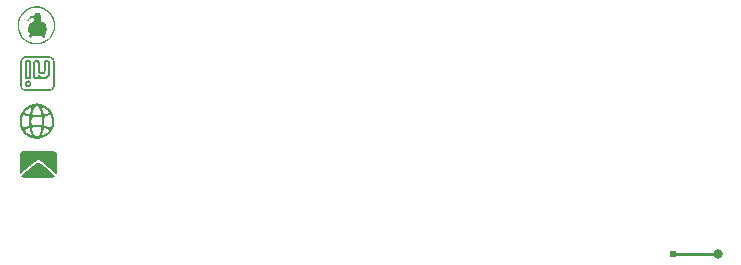
<source format=gbl>
G04 Layer: BottomLayer*
G04 EasyEDA v6.5.50, 2025-06-01 17:24:59*
G04 69e65154b6b24189a8545f2fef81dcb9,5ab416c87bd24f2091f84acd62e1526b,10*
G04 Gerber Generator version 0.2*
G04 Scale: 100 percent, Rotated: No, Reflected: No *
G04 Dimensions in millimeters *
G04 leading zeros omitted , absolute positions ,4 integer and 5 decimal *
%FSLAX45Y45*%
%MOMM*%

%ADD10C,0.2540*%
%ADD11C,0.8080*%
%ADD12C,0.6100*%
%ADD13C,0.0127*%

%LPD*%
G36*
X-4899406Y-760882D02*
G01*
X-4931714Y-761492D01*
X-4942535Y-763066D01*
X-4950510Y-764641D01*
X-4959502Y-767943D01*
X-4973929Y-772363D01*
X-4976520Y-773734D01*
X-4980330Y-777087D01*
X-4990439Y-781100D01*
X-4996078Y-786536D01*
X-5002784Y-789686D01*
X-5008422Y-794715D01*
X-5015280Y-799185D01*
X-5018074Y-802894D01*
X-5023561Y-806551D01*
X-5026202Y-809802D01*
X-5026202Y-810869D01*
X-5032756Y-817829D01*
X-5038090Y-826363D01*
X-5039512Y-826922D01*
X-5042509Y-831443D01*
X-5044287Y-836168D01*
X-5050180Y-841908D01*
X-5054193Y-852678D01*
X-5056682Y-856081D01*
X-5058156Y-858977D01*
X-5062778Y-877519D01*
X-5065318Y-883869D01*
X-5067300Y-892708D01*
X-5068722Y-904240D01*
X-5068709Y-908913D01*
X-5058765Y-908913D01*
X-5057648Y-898398D01*
X-5054041Y-888187D01*
X-5051450Y-873861D01*
X-5049875Y-869137D01*
X-5045710Y-863955D01*
X-5044846Y-862330D01*
X-5042052Y-853948D01*
X-5037023Y-845921D01*
X-5033568Y-838200D01*
X-5030520Y-834593D01*
X-5025847Y-827176D01*
X-5004054Y-805332D01*
X-4998669Y-801370D01*
X-4993894Y-797204D01*
X-4986121Y-793597D01*
X-4980127Y-789330D01*
X-4969306Y-785317D01*
X-4963109Y-781151D01*
X-4960416Y-779983D01*
X-4949748Y-777697D01*
X-4944059Y-776071D01*
X-4938826Y-773074D01*
X-4931714Y-771296D01*
X-4891532Y-771245D01*
X-4883962Y-772566D01*
X-4876850Y-776224D01*
X-4859985Y-780338D01*
X-4856480Y-781964D01*
X-4852314Y-785418D01*
X-4844643Y-787857D01*
X-4839157Y-790346D01*
X-4836007Y-793038D01*
X-4825085Y-798626D01*
X-4821986Y-801928D01*
X-4814722Y-806602D01*
X-4811420Y-811733D01*
X-4806543Y-815289D01*
X-4802987Y-820013D01*
X-4799025Y-823061D01*
X-4796790Y-826719D01*
X-4789881Y-834085D01*
X-4785156Y-843787D01*
X-4782210Y-847140D01*
X-4781092Y-849426D01*
X-4777384Y-859739D01*
X-4773980Y-865479D01*
X-4772355Y-870712D01*
X-4769612Y-882548D01*
X-4764684Y-892200D01*
X-4763262Y-900023D01*
X-4763262Y-943000D01*
X-4764582Y-950823D01*
X-4769612Y-960882D01*
X-4773422Y-976731D01*
X-4777028Y-982776D01*
X-4781600Y-995324D01*
X-4784648Y-999032D01*
X-4790490Y-1010259D01*
X-4794961Y-1014018D01*
X-4798263Y-1018895D01*
X-4813249Y-1034186D01*
X-4815078Y-1036980D01*
X-4819243Y-1039114D01*
X-4825288Y-1044803D01*
X-4834839Y-1049680D01*
X-4840528Y-1053744D01*
X-4852365Y-1057960D01*
X-4855972Y-1060907D01*
X-4859375Y-1062685D01*
X-4874615Y-1066190D01*
X-4878476Y-1067816D01*
X-4881473Y-1070000D01*
X-4888433Y-1071676D01*
X-4927600Y-1071981D01*
X-4935677Y-1071067D01*
X-4941163Y-1069441D01*
X-4941874Y-1068324D01*
X-4946650Y-1066190D01*
X-4961788Y-1062685D01*
X-4964684Y-1061161D01*
X-4970018Y-1057503D01*
X-4975504Y-1055674D01*
X-4981651Y-1053084D01*
X-4986324Y-1049629D01*
X-4994148Y-1046022D01*
X-4998161Y-1042416D01*
X-5002784Y-1038860D01*
X-5025034Y-1017117D01*
X-5029962Y-1009497D01*
X-5033467Y-1005027D01*
X-5036972Y-997458D01*
X-5042204Y-989076D01*
X-5044186Y-982624D01*
X-5046726Y-977544D01*
X-5048961Y-975461D01*
X-5050993Y-971499D01*
X-5053990Y-955548D01*
X-5058257Y-942441D01*
X-5058765Y-908913D01*
X-5068709Y-908913D01*
X-5068620Y-940358D01*
X-5066944Y-952601D01*
X-5064760Y-961237D01*
X-5062931Y-964996D01*
X-5059629Y-978611D01*
X-5057648Y-985418D01*
X-5054092Y-991006D01*
X-5049774Y-1001928D01*
X-5045100Y-1005840D01*
X-5041747Y-1013256D01*
X-5036870Y-1018844D01*
X-5032248Y-1026261D01*
X-5027828Y-1030224D01*
X-5024221Y-1036218D01*
X-5020208Y-1038504D01*
X-5014061Y-1045108D01*
X-5007914Y-1048918D01*
X-5002276Y-1053896D01*
X-4994910Y-1057300D01*
X-4992217Y-1060907D01*
X-4988864Y-1062583D01*
X-4980838Y-1065885D01*
X-4976622Y-1069492D01*
X-4973675Y-1071016D01*
X-4961128Y-1074724D01*
X-4955387Y-1077315D01*
X-4947259Y-1079398D01*
X-4932730Y-1081532D01*
X-4918811Y-1082446D01*
X-4893564Y-1081989D01*
X-4879695Y-1080363D01*
X-4867808Y-1077925D01*
X-4858562Y-1074267D01*
X-4845913Y-1070406D01*
X-4839512Y-1065580D01*
X-4831283Y-1062024D01*
X-4826609Y-1057554D01*
X-4817872Y-1053185D01*
X-4812741Y-1048461D01*
X-4808067Y-1045718D01*
X-4801311Y-1038809D01*
X-4797450Y-1035761D01*
X-4795469Y-1031748D01*
X-4789728Y-1027480D01*
X-4786274Y-1022045D01*
X-4781804Y-1017219D01*
X-4777181Y-1007973D01*
X-4773422Y-1003553D01*
X-4770577Y-995883D01*
X-4768494Y-992733D01*
X-4766056Y-990396D01*
X-4763008Y-983843D01*
X-4763008Y-982167D01*
X-4760976Y-976121D01*
X-4757369Y-968451D01*
X-4755743Y-960780D01*
X-4753305Y-943000D01*
X-4752035Y-927303D01*
X-4752695Y-905814D01*
X-4754270Y-892200D01*
X-4756912Y-875944D01*
X-4761382Y-865987D01*
X-4764582Y-855319D01*
X-4768189Y-850849D01*
X-4771237Y-846226D01*
X-4773371Y-839622D01*
X-4777282Y-835101D01*
X-4781804Y-826211D01*
X-4787188Y-820267D01*
X-4789271Y-816051D01*
X-4794910Y-811834D01*
X-4798872Y-805789D01*
X-4804206Y-802132D01*
X-4808474Y-797102D01*
X-4812385Y-795070D01*
X-4818380Y-789736D01*
X-4827168Y-785469D01*
X-4831842Y-780542D01*
X-4835906Y-779221D01*
X-4841544Y-776325D01*
X-4845304Y-773277D01*
X-4849266Y-771550D01*
X-4861153Y-768248D01*
X-4866843Y-765810D01*
X-4875022Y-763727D01*
X-4884826Y-762152D01*
G37*
G36*
X-4903978Y-814425D02*
G01*
X-4909058Y-815390D01*
X-4918303Y-820826D01*
X-4922266Y-824636D01*
X-4925720Y-829462D01*
X-4929378Y-838149D01*
X-4931867Y-842060D01*
X-4948174Y-842619D01*
X-4961991Y-846378D01*
X-4966309Y-848309D01*
X-4976012Y-858367D01*
X-4979974Y-867816D01*
X-4983480Y-871982D01*
X-4986477Y-878078D01*
X-4992725Y-883615D01*
X-4992065Y-886409D01*
X-4990134Y-890371D01*
X-4989372Y-890320D01*
X-4987442Y-888847D01*
X-4981651Y-887679D01*
X-4977790Y-885088D01*
X-4975352Y-881176D01*
X-4972507Y-878586D01*
X-4968544Y-872642D01*
X-4964684Y-870305D01*
X-4958283Y-864006D01*
X-4950764Y-862025D01*
X-4940757Y-861415D01*
X-4931410Y-863244D01*
X-4928463Y-866698D01*
X-4926939Y-875487D01*
X-4928362Y-883767D01*
X-4931308Y-886815D01*
X-4941062Y-889203D01*
X-4944567Y-891032D01*
X-4948123Y-894181D01*
X-4956962Y-898398D01*
X-4963718Y-904748D01*
X-4968036Y-908253D01*
X-4969967Y-912114D01*
X-4974183Y-917803D01*
X-4976723Y-925728D01*
X-4977790Y-932535D01*
X-4978450Y-944575D01*
X-4977231Y-966520D01*
X-4975860Y-977239D01*
X-4967935Y-992936D01*
X-4969052Y-1008735D01*
X-4969052Y-1017117D01*
X-4966919Y-1023569D01*
X-4964836Y-1026515D01*
X-4956657Y-1026515D01*
X-4951780Y-1022959D01*
X-4947564Y-1020775D01*
X-4943144Y-1015441D01*
X-4940198Y-1013917D01*
X-4932527Y-1012291D01*
X-4915712Y-1014577D01*
X-4892548Y-1015085D01*
X-4877104Y-1013307D01*
X-4866132Y-1012748D01*
X-4860798Y-1015492D01*
X-4854956Y-1020571D01*
X-4850333Y-1023721D01*
X-4845151Y-1025499D01*
X-4842611Y-1026972D01*
X-4840986Y-1027023D01*
X-4838801Y-1024686D01*
X-4835601Y-1017676D01*
X-4835906Y-992530D01*
X-4832553Y-988009D01*
X-4830013Y-982776D01*
X-4826254Y-968095D01*
X-4824374Y-959205D01*
X-4823104Y-946251D01*
X-4824425Y-934110D01*
X-4825847Y-931265D01*
X-4830368Y-915517D01*
X-4832299Y-912469D01*
X-4837633Y-905764D01*
X-4845862Y-898194D01*
X-4854448Y-894181D01*
X-4858766Y-890524D01*
X-4869027Y-887171D01*
X-4873142Y-884174D01*
X-4874920Y-875944D01*
X-4872532Y-867054D01*
X-4872126Y-841603D01*
X-4873904Y-834085D01*
X-4877257Y-829360D01*
X-4879848Y-824128D01*
X-4882794Y-821385D01*
X-4892548Y-816051D01*
X-4898694Y-814425D01*
G37*
G36*
X-4997602Y-1181455D02*
G01*
X-5007152Y-1182573D01*
X-5011521Y-1184300D01*
X-5017160Y-1187754D01*
X-5025136Y-1191006D01*
X-5033924Y-1198829D01*
X-5036718Y-1203756D01*
X-5043068Y-1210005D01*
X-5043576Y-1213154D01*
X-5047335Y-1227836D01*
X-5048351Y-1237234D01*
X-5048351Y-1331772D01*
X-5032908Y-1331772D01*
X-5032908Y-1234643D01*
X-5031841Y-1227378D01*
X-5028234Y-1217879D01*
X-5024526Y-1210157D01*
X-5017770Y-1205331D01*
X-5011724Y-1200251D01*
X-5006390Y-1197813D01*
X-4995570Y-1196594D01*
X-4799838Y-1196949D01*
X-4791659Y-1198778D01*
X-4789017Y-1200505D01*
X-4778400Y-1211072D01*
X-4774387Y-1215390D01*
X-4772355Y-1218946D01*
X-4770018Y-1227836D01*
X-4769713Y-1428597D01*
X-4771237Y-1439011D01*
X-4773828Y-1445514D01*
X-4778857Y-1450949D01*
X-4781042Y-1455267D01*
X-4784496Y-1457960D01*
X-4785461Y-1457960D01*
X-4792573Y-1462684D01*
X-4800346Y-1464970D01*
X-4998161Y-1465224D01*
X-5006898Y-1463700D01*
X-5010505Y-1461262D01*
X-5018328Y-1457502D01*
X-5025745Y-1449527D01*
X-5028234Y-1444091D01*
X-5030978Y-1437284D01*
X-5032857Y-1428902D01*
X-5032908Y-1331772D01*
X-5048351Y-1331772D01*
X-5048351Y-1423670D01*
X-5047335Y-1434084D01*
X-5042052Y-1454048D01*
X-5030368Y-1466088D01*
X-5024882Y-1471422D01*
X-5022342Y-1473047D01*
X-5009489Y-1477467D01*
X-5006898Y-1479143D01*
X-4998161Y-1480921D01*
X-4808626Y-1480972D01*
X-4798771Y-1480058D01*
X-4781397Y-1473657D01*
X-4766767Y-1462125D01*
X-4764176Y-1458163D01*
X-4760315Y-1450390D01*
X-4756962Y-1444599D01*
X-4755032Y-1436776D01*
X-4755032Y-1225194D01*
X-4756861Y-1217320D01*
X-4761992Y-1208481D01*
X-4764786Y-1201267D01*
X-4768850Y-1197965D01*
X-4775657Y-1191615D01*
X-4785309Y-1187551D01*
X-4791405Y-1183436D01*
X-4798314Y-1181811D01*
G37*
G36*
X-4988560Y-1217980D02*
G01*
X-4998313Y-1219860D01*
X-5005171Y-1226921D01*
X-5006594Y-1235151D01*
X-5006594Y-1352753D01*
X-4991201Y-1352753D01*
X-4991150Y-1243533D01*
X-4989271Y-1239367D01*
X-4986426Y-1235913D01*
X-4982260Y-1233728D01*
X-4973167Y-1234490D01*
X-4971135Y-1237081D01*
X-4969052Y-1242771D01*
X-4969052Y-1354124D01*
X-4972304Y-1359103D01*
X-4974437Y-1359916D01*
X-4982159Y-1360576D01*
X-4987798Y-1357426D01*
X-4989728Y-1355598D01*
X-4991201Y-1352753D01*
X-5006594Y-1352753D01*
X-5006594Y-1361338D01*
X-5004816Y-1369974D01*
X-5001768Y-1373225D01*
X-4998669Y-1375460D01*
X-4993995Y-1376121D01*
X-4965700Y-1376273D01*
X-4956657Y-1372768D01*
X-4954219Y-1370431D01*
X-4953050Y-1363878D01*
X-4953152Y-1231493D01*
X-4953965Y-1226515D01*
X-4956352Y-1223873D01*
X-4962042Y-1221232D01*
X-4965598Y-1218488D01*
G37*
G36*
X-4915916Y-1218133D02*
G01*
X-4923942Y-1219301D01*
X-4933442Y-1226515D01*
X-4935016Y-1236726D01*
X-4935016Y-1242872D01*
X-4920132Y-1242872D01*
X-4918100Y-1236167D01*
X-4915966Y-1233830D01*
X-4906924Y-1233830D01*
X-4901387Y-1235506D01*
X-4899050Y-1237081D01*
X-4896916Y-1242771D01*
X-4896916Y-1301140D01*
X-4895951Y-1311656D01*
X-4894224Y-1318920D01*
X-4891786Y-1322578D01*
X-4888738Y-1324660D01*
X-4886350Y-1328826D01*
X-4883200Y-1332026D01*
X-4866284Y-1335989D01*
X-4858562Y-1335328D01*
X-4849825Y-1332738D01*
X-4846218Y-1330960D01*
X-4840935Y-1325727D01*
X-4837785Y-1321257D01*
X-4835550Y-1314297D01*
X-4833924Y-1311097D01*
X-4832553Y-1303782D01*
X-4832553Y-1243939D01*
X-4828844Y-1236472D01*
X-4825085Y-1233830D01*
X-4816805Y-1233830D01*
X-4814062Y-1236726D01*
X-4811674Y-1241958D01*
X-4811674Y-1331518D01*
X-4813046Y-1338834D01*
X-4815586Y-1344574D01*
X-4825085Y-1355191D01*
X-4833315Y-1357934D01*
X-4840528Y-1358950D01*
X-4850333Y-1359001D01*
X-4859020Y-1357884D01*
X-4866995Y-1356004D01*
X-4872431Y-1351076D01*
X-4876596Y-1348892D01*
X-4879695Y-1346504D01*
X-4882235Y-1342237D01*
X-4887671Y-1340154D01*
X-4891532Y-1339545D01*
X-4895494Y-1343710D01*
X-4896358Y-1348282D01*
X-4896408Y-1352499D01*
X-4898999Y-1357833D01*
X-4905451Y-1360830D01*
X-4915712Y-1361186D01*
X-4917998Y-1358747D01*
X-4920081Y-1354023D01*
X-4920132Y-1242872D01*
X-4935016Y-1242872D01*
X-4935067Y-1360220D01*
X-4933289Y-1370126D01*
X-4929124Y-1373225D01*
X-4924501Y-1375968D01*
X-4919878Y-1376730D01*
X-4892548Y-1376426D01*
X-4888788Y-1374800D01*
X-4882235Y-1368044D01*
X-4874615Y-1366926D01*
X-4871974Y-1368348D01*
X-4869383Y-1371142D01*
X-4865776Y-1372971D01*
X-4857546Y-1374444D01*
X-4832299Y-1374444D01*
X-4824171Y-1372158D01*
X-4818888Y-1366977D01*
X-4812436Y-1363675D01*
X-4805222Y-1356106D01*
X-4798618Y-1343050D01*
X-4796840Y-1335176D01*
X-4796434Y-1238300D01*
X-4797399Y-1226972D01*
X-4799380Y-1224178D01*
X-4808626Y-1219250D01*
X-4833823Y-1219200D01*
X-4841544Y-1221841D01*
X-4843830Y-1223365D01*
X-4846726Y-1228344D01*
X-4847336Y-1307947D01*
X-4848148Y-1311097D01*
X-4850231Y-1313434D01*
X-4858004Y-1318869D01*
X-4866132Y-1320088D01*
X-4875022Y-1317345D01*
X-4880711Y-1311605D01*
X-4882540Y-1301648D01*
X-4882489Y-1235151D01*
X-4883810Y-1226820D01*
X-4890516Y-1219911D01*
X-4899253Y-1218133D01*
G37*
G36*
X-4981448Y-1384554D02*
G01*
X-4983835Y-1387195D01*
X-4990642Y-1389329D01*
X-4999380Y-1393545D01*
X-5005019Y-1403248D01*
X-5007813Y-1410055D01*
X-5007798Y-1411478D01*
X-4992319Y-1411478D01*
X-4990693Y-1408938D01*
X-4984242Y-1403146D01*
X-4981549Y-1401368D01*
X-4973218Y-1404061D01*
X-4969662Y-1408480D01*
X-4968087Y-1411681D01*
X-4969103Y-1419910D01*
X-4970068Y-1421790D01*
X-4973421Y-1424330D01*
X-4980178Y-1425498D01*
X-4982667Y-1425448D01*
X-4987848Y-1422806D01*
X-4990998Y-1420368D01*
X-4992319Y-1411478D01*
X-5007798Y-1411478D01*
X-5007660Y-1419606D01*
X-5002276Y-1431442D01*
X-4996891Y-1437386D01*
X-4990439Y-1440891D01*
X-4982667Y-1442161D01*
X-4973421Y-1441653D01*
X-4964734Y-1438859D01*
X-4961229Y-1433931D01*
X-4955133Y-1428394D01*
X-4952898Y-1422095D01*
X-4952187Y-1411884D01*
X-4953914Y-1403248D01*
X-4955692Y-1400454D01*
X-4959299Y-1398016D01*
X-4962499Y-1392936D01*
X-4964988Y-1391259D01*
X-4973421Y-1387703D01*
X-4978552Y-1386586D01*
G37*
G36*
X-4900777Y-1583486D02*
G01*
X-4921910Y-1584045D01*
X-4932730Y-1585823D01*
X-4942535Y-1589836D01*
X-4957470Y-1592986D01*
X-4962093Y-1594662D01*
X-4968290Y-1598117D01*
X-4973929Y-1599996D01*
X-4978044Y-1602079D01*
X-4982768Y-1606550D01*
X-4990846Y-1611071D01*
X-4995824Y-1615541D01*
X-4999177Y-1617268D01*
X-5009438Y-1627124D01*
X-5012232Y-1631442D01*
X-5017160Y-1635201D01*
X-5020614Y-1639925D01*
X-5024983Y-1644650D01*
X-5029301Y-1653692D01*
X-5030063Y-1654606D01*
X-5007051Y-1654606D01*
X-5003596Y-1650695D01*
X-5001006Y-1645513D01*
X-4996688Y-1642008D01*
X-4989372Y-1635099D01*
X-4984496Y-1631746D01*
X-4978552Y-1626463D01*
X-4971796Y-1622958D01*
X-4966309Y-1618234D01*
X-4956759Y-1614982D01*
X-4952796Y-1615694D01*
X-4950663Y-1617065D01*
X-4949342Y-1620316D01*
X-4951984Y-1626311D01*
X-4953660Y-1633118D01*
X-4959858Y-1644345D01*
X-4962906Y-1662938D01*
X-4965496Y-1671066D01*
X-4965945Y-1671370D01*
X-4944973Y-1671370D01*
X-4943703Y-1661363D01*
X-4942230Y-1654149D01*
X-4938166Y-1645005D01*
X-4936032Y-1636318D01*
X-4934407Y-1633118D01*
X-4930444Y-1627784D01*
X-4926177Y-1618437D01*
X-4922418Y-1614119D01*
X-4919065Y-1609852D01*
X-4909566Y-1605178D01*
X-4907635Y-1603705D01*
X-4899761Y-1606753D01*
X-4894326Y-1609547D01*
X-4889347Y-1613966D01*
X-4884320Y-1621739D01*
X-4862423Y-1621739D01*
X-4862423Y-1620215D01*
X-4860493Y-1616354D01*
X-4858410Y-1614474D01*
X-4846726Y-1617929D01*
X-4839004Y-1623568D01*
X-4831384Y-1627886D01*
X-4828844Y-1631238D01*
X-4821783Y-1636014D01*
X-4819548Y-1639062D01*
X-4814976Y-1642414D01*
X-4810455Y-1649577D01*
X-4806289Y-1652219D01*
X-4804664Y-1654759D01*
X-4805375Y-1657197D01*
X-4807915Y-1663141D01*
X-4813757Y-1666239D01*
X-4824069Y-1669034D01*
X-4832299Y-1673352D01*
X-4841798Y-1675130D01*
X-4845202Y-1671777D01*
X-4847640Y-1662938D01*
X-4852568Y-1652473D01*
X-4856276Y-1636776D01*
X-4859883Y-1630578D01*
X-4862423Y-1621739D01*
X-4884320Y-1621739D01*
X-4880508Y-1627886D01*
X-4876647Y-1640890D01*
X-4873142Y-1646224D01*
X-4871262Y-1651000D01*
X-4868570Y-1665579D01*
X-4866944Y-1671574D01*
X-4869484Y-1675536D01*
X-4873802Y-1678584D01*
X-4884318Y-1679905D01*
X-4900117Y-1681022D01*
X-4916779Y-1680870D01*
X-4932222Y-1679448D01*
X-4940452Y-1677771D01*
X-4942890Y-1675536D01*
X-4944973Y-1671370D01*
X-4965945Y-1671370D01*
X-4968290Y-1672996D01*
X-4972659Y-1674723D01*
X-4974945Y-1674672D01*
X-4981143Y-1672843D01*
X-4987848Y-1669034D01*
X-4998567Y-1666290D01*
X-5002276Y-1664309D01*
X-5003850Y-1662938D01*
X-5007051Y-1654606D01*
X-5030063Y-1654606D01*
X-5033924Y-1659178D01*
X-5036616Y-1666341D01*
X-5040630Y-1671320D01*
X-5042763Y-1677111D01*
X-5045354Y-1687575D01*
X-5049824Y-1701190D01*
X-5051450Y-1711147D01*
X-5052622Y-1733702D01*
X-5034026Y-1733702D01*
X-5033365Y-1722628D01*
X-5031943Y-1714042D01*
X-5029403Y-1705914D01*
X-5026101Y-1688084D01*
X-5023459Y-1683054D01*
X-5021732Y-1682089D01*
X-5014468Y-1680057D01*
X-5013604Y-1680921D01*
X-4998516Y-1685747D01*
X-4993487Y-1689252D01*
X-4989982Y-1691081D01*
X-4973472Y-1694078D01*
X-4970830Y-1696059D01*
X-4969103Y-1702765D01*
X-4969564Y-1738884D01*
X-4951628Y-1738884D01*
X-4951018Y-1714246D01*
X-4949952Y-1705356D01*
X-4948834Y-1703070D01*
X-4942535Y-1699615D01*
X-4923993Y-1700123D01*
X-4888433Y-1700123D01*
X-4867148Y-1699666D01*
X-4864608Y-1701393D01*
X-4862372Y-1705051D01*
X-4861255Y-1723694D01*
X-4861915Y-1756664D01*
X-4863231Y-1763268D01*
X-4843373Y-1763268D01*
X-4842306Y-1753565D01*
X-4841697Y-1725625D01*
X-4843018Y-1705356D01*
X-4842916Y-1703374D01*
X-4840782Y-1696262D01*
X-4834382Y-1693113D01*
X-4823714Y-1691538D01*
X-4818380Y-1688998D01*
X-4812893Y-1685188D01*
X-4794351Y-1679905D01*
X-4791862Y-1678939D01*
X-4788255Y-1684426D01*
X-4785207Y-1693722D01*
X-4783175Y-1697228D01*
X-4781042Y-1704136D01*
X-4779568Y-1719529D01*
X-4778908Y-1734159D01*
X-4780026Y-1753463D01*
X-4781651Y-1764538D01*
X-4785258Y-1772920D01*
X-4788306Y-1781911D01*
X-4792116Y-1785620D01*
X-4802479Y-1783791D01*
X-4808067Y-1781911D01*
X-4813808Y-1779016D01*
X-4819396Y-1777390D01*
X-4833061Y-1774850D01*
X-4837633Y-1772615D01*
X-4841900Y-1766824D01*
X-4843373Y-1763268D01*
X-4863231Y-1763268D01*
X-4863439Y-1764182D01*
X-4867198Y-1766519D01*
X-4885842Y-1765858D01*
X-4904892Y-1764792D01*
X-4918811Y-1765350D01*
X-4937353Y-1766417D01*
X-4940452Y-1766824D01*
X-4946142Y-1764944D01*
X-4948885Y-1763623D01*
X-4950561Y-1756156D01*
X-4951628Y-1738884D01*
X-4969564Y-1738884D01*
X-4969611Y-1742541D01*
X-4968798Y-1763877D01*
X-4970576Y-1768703D01*
X-4973675Y-1772564D01*
X-4979619Y-1774850D01*
X-4992979Y-1777390D01*
X-4998618Y-1779016D01*
X-5004511Y-1782064D01*
X-5013452Y-1784705D01*
X-5017211Y-1784604D01*
X-5022850Y-1783232D01*
X-5025136Y-1780489D01*
X-5026253Y-1776577D01*
X-5028387Y-1765046D01*
X-5032857Y-1747977D01*
X-5034026Y-1733702D01*
X-5052622Y-1733702D01*
X-5051450Y-1755241D01*
X-5049469Y-1766112D01*
X-5045710Y-1777085D01*
X-5042560Y-1790192D01*
X-5040071Y-1795272D01*
X-5036616Y-1800148D01*
X-5033775Y-1806448D01*
X-5007152Y-1806448D01*
X-5007152Y-1804619D01*
X-5001209Y-1801571D01*
X-4991963Y-1798777D01*
X-4982667Y-1794052D01*
X-4973421Y-1792427D01*
X-4967681Y-1794103D01*
X-4964099Y-1796643D01*
X-4944872Y-1796643D01*
X-4943856Y-1788617D01*
X-4940808Y-1785823D01*
X-4932730Y-1784959D01*
X-4874514Y-1784959D01*
X-4867554Y-1788414D01*
X-4867554Y-1796999D01*
X-4868621Y-1800656D01*
X-4871262Y-1815338D01*
X-4873802Y-1820570D01*
X-4877308Y-1826869D01*
X-4880051Y-1837029D01*
X-4883505Y-1842566D01*
X-4886179Y-1847748D01*
X-4863084Y-1847748D01*
X-4860798Y-1837842D01*
X-4855718Y-1827377D01*
X-4851958Y-1811680D01*
X-4848148Y-1804314D01*
X-4846269Y-1796592D01*
X-4843221Y-1793036D01*
X-4841544Y-1792122D01*
X-4831791Y-1793595D01*
X-4826609Y-1795322D01*
X-4819396Y-1799183D01*
X-4808220Y-1802231D01*
X-4804816Y-1805381D01*
X-4805934Y-1813763D01*
X-4824069Y-1831949D01*
X-4829708Y-1835912D01*
X-4835398Y-1840890D01*
X-4844135Y-1845106D01*
X-4849418Y-1848612D01*
X-4856937Y-1851202D01*
X-4859375Y-1851202D01*
X-4863084Y-1847748D01*
X-4886179Y-1847748D01*
X-4886756Y-1848866D01*
X-4898288Y-1860448D01*
X-4907483Y-1861921D01*
X-4915712Y-1859584D01*
X-4918202Y-1858264D01*
X-4921808Y-1852523D01*
X-4926533Y-1847138D01*
X-4930140Y-1838350D01*
X-4934508Y-1833422D01*
X-4935423Y-1831543D01*
X-4938674Y-1819757D01*
X-4941671Y-1813661D01*
X-4943246Y-1807464D01*
X-4944872Y-1796643D01*
X-4964099Y-1796643D01*
X-4961331Y-1812696D01*
X-4959299Y-1823008D01*
X-4954168Y-1831543D01*
X-4951120Y-1842363D01*
X-4947310Y-1847392D01*
X-4948682Y-1849628D01*
X-4950764Y-1850288D01*
X-4957267Y-1850999D01*
X-4962702Y-1848764D01*
X-4966360Y-1845919D01*
X-4975961Y-1841754D01*
X-4980127Y-1837740D01*
X-4984750Y-1834591D01*
X-4988864Y-1830171D01*
X-4997196Y-1823516D01*
X-5002174Y-1817928D01*
X-5004816Y-1813915D01*
X-5007152Y-1806448D01*
X-5033775Y-1806448D01*
X-5033010Y-1808175D01*
X-5028895Y-1812696D01*
X-5025136Y-1820875D01*
X-5019395Y-1827377D01*
X-5017516Y-1831136D01*
X-5013706Y-1834184D01*
X-5005882Y-1842363D01*
X-4998669Y-1848916D01*
X-4993995Y-1851660D01*
X-4985258Y-1859076D01*
X-4978044Y-1862632D01*
X-4974082Y-1865833D01*
X-4961077Y-1870100D01*
X-4957419Y-1872538D01*
X-4952288Y-1875129D01*
X-4947666Y-1876348D01*
X-4935321Y-1878431D01*
X-4925009Y-1881124D01*
X-4916271Y-1882546D01*
X-4891532Y-1882190D01*
X-4877104Y-1878533D01*
X-4860086Y-1875231D01*
X-4855921Y-1873351D01*
X-4851501Y-1870049D01*
X-4842611Y-1867357D01*
X-4838598Y-1865833D01*
X-4834178Y-1862683D01*
X-4823510Y-1857502D01*
X-4819650Y-1852828D01*
X-4812538Y-1848104D01*
X-4811522Y-1846122D01*
X-4807051Y-1843125D01*
X-4798009Y-1833930D01*
X-4794504Y-1828546D01*
X-4788712Y-1823313D01*
X-4786782Y-1819402D01*
X-4781753Y-1813763D01*
X-4777994Y-1804111D01*
X-4773371Y-1797304D01*
X-4769713Y-1785416D01*
X-4765903Y-1780286D01*
X-4764024Y-1774494D01*
X-4761026Y-1753006D01*
X-4759960Y-1743608D01*
X-4759299Y-1732584D01*
X-4760468Y-1717192D01*
X-4763516Y-1694891D01*
X-4765141Y-1687017D01*
X-4769713Y-1680210D01*
X-4772964Y-1670304D01*
X-4774488Y-1667154D01*
X-4777790Y-1662785D01*
X-4781194Y-1653793D01*
X-4786071Y-1648155D01*
X-4788458Y-1643075D01*
X-4793640Y-1637842D01*
X-4798822Y-1631492D01*
X-4808626Y-1620723D01*
X-4818888Y-1613611D01*
X-4820970Y-1611274D01*
X-4828184Y-1607566D01*
X-4833518Y-1602130D01*
X-4845050Y-1597558D01*
X-4849368Y-1594764D01*
X-4854651Y-1592986D01*
X-4868875Y-1590040D01*
X-4878628Y-1586128D01*
X-4885334Y-1584706D01*
G37*
G36*
X-5022850Y-1986534D02*
G01*
X-5029708Y-1988921D01*
X-5035143Y-1993087D01*
X-5039868Y-1995322D01*
X-5042306Y-1997557D01*
X-5045913Y-2003298D01*
X-5048910Y-2006549D01*
X-5051704Y-2014321D01*
X-5052009Y-2173732D01*
X-5050282Y-2177135D01*
X-5047691Y-2179980D01*
X-5044490Y-2177694D01*
X-5037785Y-2171496D01*
X-5030063Y-2165502D01*
X-5027472Y-2162657D01*
X-5022850Y-2159457D01*
X-5008422Y-2145080D01*
X-5005374Y-2143201D01*
X-5000193Y-2138273D01*
X-4996078Y-2135530D01*
X-4981854Y-2122170D01*
X-4972405Y-2114600D01*
X-4965293Y-2109622D01*
X-4959502Y-2104288D01*
X-4954778Y-2101545D01*
X-4952949Y-2098598D01*
X-4950256Y-2095652D01*
X-4945176Y-2093010D01*
X-4939944Y-2088032D01*
X-4931714Y-2083511D01*
X-4927041Y-2079091D01*
X-4920488Y-2075840D01*
X-4915052Y-2070760D01*
X-4905298Y-2066493D01*
X-4899914Y-2062327D01*
X-4894630Y-2061718D01*
X-4889855Y-2061667D01*
X-4872990Y-2070709D01*
X-4867808Y-2075738D01*
X-4861966Y-2078482D01*
X-4857038Y-2083003D01*
X-4848809Y-2087575D01*
X-4843373Y-2092553D01*
X-4839258Y-2094687D01*
X-4835398Y-2100681D01*
X-4828438Y-2104440D01*
X-4824577Y-2108149D01*
X-4817872Y-2112619D01*
X-4812182Y-2118106D01*
X-4808016Y-2120239D01*
X-4801412Y-2127758D01*
X-4797653Y-2129688D01*
X-4793284Y-2135022D01*
X-4790084Y-2136749D01*
X-4783886Y-2142642D01*
X-4779467Y-2145639D01*
X-4776216Y-2149398D01*
X-4771542Y-2152954D01*
X-4755032Y-2168347D01*
X-4749393Y-2172360D01*
X-4745431Y-2176881D01*
X-4742637Y-2178862D01*
X-4738674Y-2177491D01*
X-4735677Y-2174595D01*
X-4735982Y-2015896D01*
X-4739386Y-2005126D01*
X-4747056Y-1995779D01*
X-4754880Y-1991918D01*
X-4758131Y-1989074D01*
X-4760214Y-1988007D01*
X-4767376Y-1986534D01*
G37*
G36*
X-4891532Y-2083307D02*
G01*
X-4899761Y-2084070D01*
X-4907483Y-2087118D01*
X-4909769Y-2088388D01*
X-4914442Y-2092553D01*
X-4922875Y-2096973D01*
X-4928616Y-2103120D01*
X-4933238Y-2106066D01*
X-4937556Y-2110232D01*
X-4942535Y-2113127D01*
X-4947158Y-2116988D01*
X-4951780Y-2120188D01*
X-4967224Y-2134514D01*
X-4974437Y-2139340D01*
X-4978400Y-2143404D01*
X-4982667Y-2146096D01*
X-4988915Y-2152548D01*
X-4992573Y-2155088D01*
X-4995570Y-2159203D01*
X-5002479Y-2163876D01*
X-5005120Y-2167026D01*
X-5011166Y-2171547D01*
X-5026304Y-2186025D01*
X-5031841Y-2190242D01*
X-5035651Y-2194966D01*
X-5039614Y-2199182D01*
X-5030571Y-2206802D01*
X-5023916Y-2210054D01*
X-5015128Y-2210765D01*
X-4776165Y-2210917D01*
X-4764328Y-2209952D01*
X-4759147Y-2208174D01*
X-4755540Y-2204770D01*
X-4749901Y-2201164D01*
X-4748428Y-2199386D01*
X-4749800Y-2196744D01*
X-4753051Y-2194712D01*
X-4758385Y-2189175D01*
X-4768799Y-2179269D01*
X-4775352Y-2172614D01*
X-4780127Y-2169515D01*
X-4807762Y-2144420D01*
X-4808778Y-2144420D01*
X-4815586Y-2138121D01*
X-4819599Y-2135581D01*
X-4823358Y-2131009D01*
X-4826609Y-2129078D01*
X-4830064Y-2125827D01*
X-4832146Y-2122373D01*
X-4838141Y-2119325D01*
X-4844237Y-2114143D01*
X-4851501Y-2109419D01*
X-4854143Y-2105863D01*
X-4861356Y-2101850D01*
X-4865268Y-2096516D01*
X-4872736Y-2092756D01*
X-4878628Y-2088083D01*
X-4882235Y-2085898D01*
G37*
D10*
X863600Y-2857500D02*
G01*
X482600Y-2857500D01*
D11*
G01*
X863600Y-2857500D03*
D12*
G01*
X482600Y-2857500D03*
M02*

</source>
